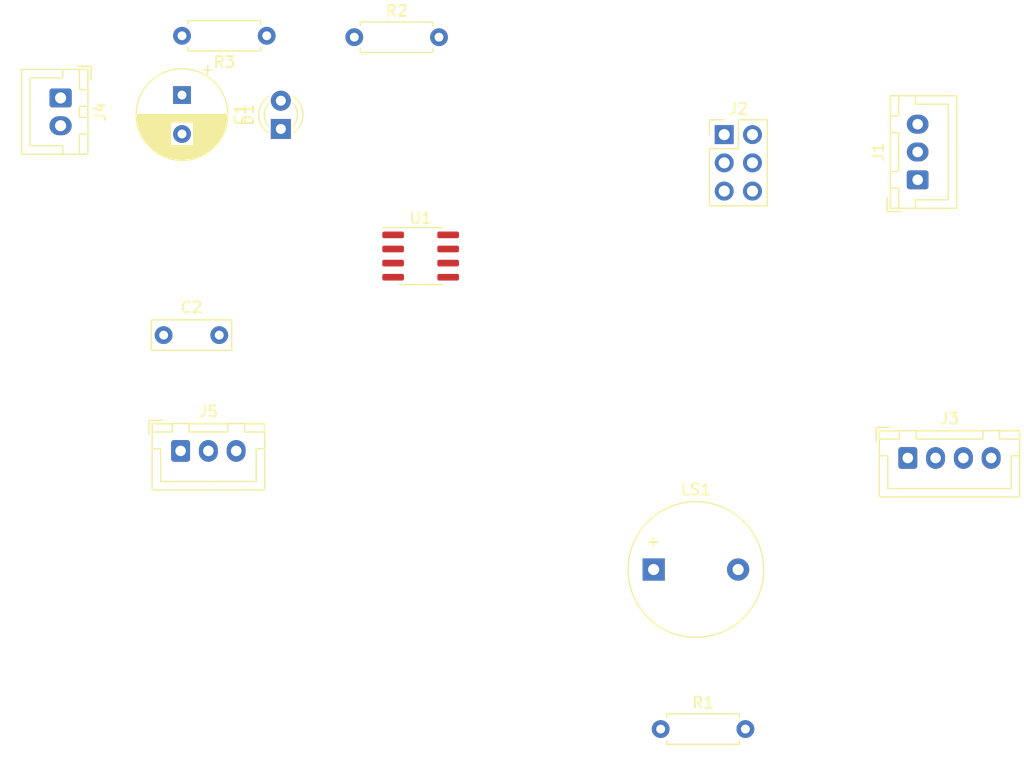
<source format=kicad_pcb>
(kicad_pcb (version 20171130) (host pcbnew "(5.1.9)-1")

  (general
    (thickness 1.6)
    (drawings 0)
    (tracks 0)
    (zones 0)
    (modules 13)
    (nets 11)
  )

  (page A4)
  (layers
    (0 F.Cu signal)
    (31 B.Cu signal)
    (32 B.Adhes user)
    (33 F.Adhes user)
    (34 B.Paste user)
    (35 F.Paste user)
    (36 B.SilkS user)
    (37 F.SilkS user)
    (38 B.Mask user)
    (39 F.Mask user)
    (40 Dwgs.User user)
    (41 Cmts.User user)
    (42 Eco1.User user)
    (43 Eco2.User user)
    (44 Edge.Cuts user)
    (45 Margin user)
    (46 B.CrtYd user)
    (47 F.CrtYd user)
    (48 B.Fab user)
    (49 F.Fab user)
  )

  (setup
    (last_trace_width 0.25)
    (trace_clearance 0.2)
    (zone_clearance 0.508)
    (zone_45_only no)
    (trace_min 0.2)
    (via_size 0.8)
    (via_drill 0.4)
    (via_min_size 0.4)
    (via_min_drill 0.3)
    (uvia_size 0.3)
    (uvia_drill 0.1)
    (uvias_allowed no)
    (uvia_min_size 0.2)
    (uvia_min_drill 0.1)
    (edge_width 0.1)
    (segment_width 0.2)
    (pcb_text_width 0.3)
    (pcb_text_size 1.5 1.5)
    (mod_edge_width 0.15)
    (mod_text_size 1 1)
    (mod_text_width 0.15)
    (pad_size 1.524 1.524)
    (pad_drill 0.762)
    (pad_to_mask_clearance 0)
    (aux_axis_origin 0 0)
    (visible_elements FFFFFF7F)
    (pcbplotparams
      (layerselection 0x010fc_ffffffff)
      (usegerberextensions false)
      (usegerberattributes true)
      (usegerberadvancedattributes true)
      (creategerberjobfile true)
      (excludeedgelayer true)
      (linewidth 0.100000)
      (plotframeref false)
      (viasonmask false)
      (mode 1)
      (useauxorigin false)
      (hpglpennumber 1)
      (hpglpenspeed 20)
      (hpglpendiameter 15.000000)
      (psnegative false)
      (psa4output false)
      (plotreference true)
      (plotvalue true)
      (plotinvisibletext false)
      (padsonsilk false)
      (subtractmaskfromsilk false)
      (outputformat 1)
      (mirror false)
      (drillshape 1)
      (scaleselection 1)
      (outputdirectory ""))
  )

  (net 0 "")
  (net 1 "Net-(C1-Pad1)")
  (net 2 "Net-(C1-Pad2)")
  (net 3 "Net-(D1-Pad2)")
  (net 4 "Net-(J1-Pad3)")
  (net 5 "Net-(J2-Pad1)")
  (net 6 "Net-(J2-Pad4)")
  (net 7 "Net-(J2-Pad5)")
  (net 8 "Net-(J3-Pad2)")
  (net 9 "Net-(J5-Pad3)")
  (net 10 "Net-(LS1-Pad1)")

  (net_class Default "Это класс цепей по умолчанию."
    (clearance 0.2)
    (trace_width 0.25)
    (via_dia 0.8)
    (via_drill 0.4)
    (uvia_dia 0.3)
    (uvia_drill 0.1)
    (add_net "Net-(C1-Pad1)")
    (add_net "Net-(C1-Pad2)")
    (add_net "Net-(D1-Pad2)")
    (add_net "Net-(J1-Pad3)")
    (add_net "Net-(J2-Pad1)")
    (add_net "Net-(J2-Pad4)")
    (add_net "Net-(J2-Pad5)")
    (add_net "Net-(J3-Pad2)")
    (add_net "Net-(J5-Pad3)")
    (add_net "Net-(LS1-Pad1)")
  )

  (module Capacitor_THT:CP_Radial_D8.0mm_P3.50mm (layer F.Cu) (tedit 5AE50EF0) (tstamp 6038AD7B)
    (at 128.016 69.469 270)
    (descr "CP, Radial series, Radial, pin pitch=3.50mm, , diameter=8mm, Electrolytic Capacitor")
    (tags "CP Radial series Radial pin pitch 3.50mm  diameter 8mm Electrolytic Capacitor")
    (path /600CF095)
    (fp_text reference C1 (at 1.75 -5.25 90) (layer F.SilkS)
      (effects (font (size 1 1) (thickness 0.15)))
    )
    (fp_text value 100mF (at 1.75 5.25 90) (layer F.Fab)
      (effects (font (size 1 1) (thickness 0.15)))
    )
    (fp_line (start -2.259698 -2.715) (end -2.259698 -1.915) (layer F.SilkS) (width 0.12))
    (fp_line (start -2.659698 -2.315) (end -1.859698 -2.315) (layer F.SilkS) (width 0.12))
    (fp_line (start 5.831 -0.533) (end 5.831 0.533) (layer F.SilkS) (width 0.12))
    (fp_line (start 5.791 -0.768) (end 5.791 0.768) (layer F.SilkS) (width 0.12))
    (fp_line (start 5.751 -0.948) (end 5.751 0.948) (layer F.SilkS) (width 0.12))
    (fp_line (start 5.711 -1.098) (end 5.711 1.098) (layer F.SilkS) (width 0.12))
    (fp_line (start 5.671 -1.229) (end 5.671 1.229) (layer F.SilkS) (width 0.12))
    (fp_line (start 5.631 -1.346) (end 5.631 1.346) (layer F.SilkS) (width 0.12))
    (fp_line (start 5.591 -1.453) (end 5.591 1.453) (layer F.SilkS) (width 0.12))
    (fp_line (start 5.551 -1.552) (end 5.551 1.552) (layer F.SilkS) (width 0.12))
    (fp_line (start 5.511 -1.645) (end 5.511 1.645) (layer F.SilkS) (width 0.12))
    (fp_line (start 5.471 -1.731) (end 5.471 1.731) (layer F.SilkS) (width 0.12))
    (fp_line (start 5.431 -1.813) (end 5.431 1.813) (layer F.SilkS) (width 0.12))
    (fp_line (start 5.391 -1.89) (end 5.391 1.89) (layer F.SilkS) (width 0.12))
    (fp_line (start 5.351 -1.964) (end 5.351 1.964) (layer F.SilkS) (width 0.12))
    (fp_line (start 5.311 -2.034) (end 5.311 2.034) (layer F.SilkS) (width 0.12))
    (fp_line (start 5.271 -2.102) (end 5.271 2.102) (layer F.SilkS) (width 0.12))
    (fp_line (start 5.231 -2.166) (end 5.231 2.166) (layer F.SilkS) (width 0.12))
    (fp_line (start 5.191 -2.228) (end 5.191 2.228) (layer F.SilkS) (width 0.12))
    (fp_line (start 5.151 -2.287) (end 5.151 2.287) (layer F.SilkS) (width 0.12))
    (fp_line (start 5.111 -2.345) (end 5.111 2.345) (layer F.SilkS) (width 0.12))
    (fp_line (start 5.071 -2.4) (end 5.071 2.4) (layer F.SilkS) (width 0.12))
    (fp_line (start 5.031 -2.454) (end 5.031 2.454) (layer F.SilkS) (width 0.12))
    (fp_line (start 4.991 -2.505) (end 4.991 2.505) (layer F.SilkS) (width 0.12))
    (fp_line (start 4.951 -2.556) (end 4.951 2.556) (layer F.SilkS) (width 0.12))
    (fp_line (start 4.911 -2.604) (end 4.911 2.604) (layer F.SilkS) (width 0.12))
    (fp_line (start 4.871 -2.651) (end 4.871 2.651) (layer F.SilkS) (width 0.12))
    (fp_line (start 4.831 -2.697) (end 4.831 2.697) (layer F.SilkS) (width 0.12))
    (fp_line (start 4.791 -2.741) (end 4.791 2.741) (layer F.SilkS) (width 0.12))
    (fp_line (start 4.751 -2.784) (end 4.751 2.784) (layer F.SilkS) (width 0.12))
    (fp_line (start 4.711 -2.826) (end 4.711 2.826) (layer F.SilkS) (width 0.12))
    (fp_line (start 4.671 -2.867) (end 4.671 2.867) (layer F.SilkS) (width 0.12))
    (fp_line (start 4.631 -2.907) (end 4.631 2.907) (layer F.SilkS) (width 0.12))
    (fp_line (start 4.591 -2.945) (end 4.591 2.945) (layer F.SilkS) (width 0.12))
    (fp_line (start 4.551 -2.983) (end 4.551 2.983) (layer F.SilkS) (width 0.12))
    (fp_line (start 4.511 1.04) (end 4.511 3.019) (layer F.SilkS) (width 0.12))
    (fp_line (start 4.511 -3.019) (end 4.511 -1.04) (layer F.SilkS) (width 0.12))
    (fp_line (start 4.471 1.04) (end 4.471 3.055) (layer F.SilkS) (width 0.12))
    (fp_line (start 4.471 -3.055) (end 4.471 -1.04) (layer F.SilkS) (width 0.12))
    (fp_line (start 4.431 1.04) (end 4.431 3.09) (layer F.SilkS) (width 0.12))
    (fp_line (start 4.431 -3.09) (end 4.431 -1.04) (layer F.SilkS) (width 0.12))
    (fp_line (start 4.391 1.04) (end 4.391 3.124) (layer F.SilkS) (width 0.12))
    (fp_line (start 4.391 -3.124) (end 4.391 -1.04) (layer F.SilkS) (width 0.12))
    (fp_line (start 4.351 1.04) (end 4.351 3.156) (layer F.SilkS) (width 0.12))
    (fp_line (start 4.351 -3.156) (end 4.351 -1.04) (layer F.SilkS) (width 0.12))
    (fp_line (start 4.311 1.04) (end 4.311 3.189) (layer F.SilkS) (width 0.12))
    (fp_line (start 4.311 -3.189) (end 4.311 -1.04) (layer F.SilkS) (width 0.12))
    (fp_line (start 4.271 1.04) (end 4.271 3.22) (layer F.SilkS) (width 0.12))
    (fp_line (start 4.271 -3.22) (end 4.271 -1.04) (layer F.SilkS) (width 0.12))
    (fp_line (start 4.231 1.04) (end 4.231 3.25) (layer F.SilkS) (width 0.12))
    (fp_line (start 4.231 -3.25) (end 4.231 -1.04) (layer F.SilkS) (width 0.12))
    (fp_line (start 4.191 1.04) (end 4.191 3.28) (layer F.SilkS) (width 0.12))
    (fp_line (start 4.191 -3.28) (end 4.191 -1.04) (layer F.SilkS) (width 0.12))
    (fp_line (start 4.151 1.04) (end 4.151 3.309) (layer F.SilkS) (width 0.12))
    (fp_line (start 4.151 -3.309) (end 4.151 -1.04) (layer F.SilkS) (width 0.12))
    (fp_line (start 4.111 1.04) (end 4.111 3.338) (layer F.SilkS) (width 0.12))
    (fp_line (start 4.111 -3.338) (end 4.111 -1.04) (layer F.SilkS) (width 0.12))
    (fp_line (start 4.071 1.04) (end 4.071 3.365) (layer F.SilkS) (width 0.12))
    (fp_line (start 4.071 -3.365) (end 4.071 -1.04) (layer F.SilkS) (width 0.12))
    (fp_line (start 4.031 1.04) (end 4.031 3.392) (layer F.SilkS) (width 0.12))
    (fp_line (start 4.031 -3.392) (end 4.031 -1.04) (layer F.SilkS) (width 0.12))
    (fp_line (start 3.991 1.04) (end 3.991 3.418) (layer F.SilkS) (width 0.12))
    (fp_line (start 3.991 -3.418) (end 3.991 -1.04) (layer F.SilkS) (width 0.12))
    (fp_line (start 3.951 1.04) (end 3.951 3.444) (layer F.SilkS) (width 0.12))
    (fp_line (start 3.951 -3.444) (end 3.951 -1.04) (layer F.SilkS) (width 0.12))
    (fp_line (start 3.911 1.04) (end 3.911 3.469) (layer F.SilkS) (width 0.12))
    (fp_line (start 3.911 -3.469) (end 3.911 -1.04) (layer F.SilkS) (width 0.12))
    (fp_line (start 3.871 1.04) (end 3.871 3.493) (layer F.SilkS) (width 0.12))
    (fp_line (start 3.871 -3.493) (end 3.871 -1.04) (layer F.SilkS) (width 0.12))
    (fp_line (start 3.831 1.04) (end 3.831 3.517) (layer F.SilkS) (width 0.12))
    (fp_line (start 3.831 -3.517) (end 3.831 -1.04) (layer F.SilkS) (width 0.12))
    (fp_line (start 3.791 1.04) (end 3.791 3.54) (layer F.SilkS) (width 0.12))
    (fp_line (start 3.791 -3.54) (end 3.791 -1.04) (layer F.SilkS) (width 0.12))
    (fp_line (start 3.751 1.04) (end 3.751 3.562) (layer F.SilkS) (width 0.12))
    (fp_line (start 3.751 -3.562) (end 3.751 -1.04) (layer F.SilkS) (width 0.12))
    (fp_line (start 3.711 1.04) (end 3.711 3.584) (layer F.SilkS) (width 0.12))
    (fp_line (start 3.711 -3.584) (end 3.711 -1.04) (layer F.SilkS) (width 0.12))
    (fp_line (start 3.671 1.04) (end 3.671 3.606) (layer F.SilkS) (width 0.12))
    (fp_line (start 3.671 -3.606) (end 3.671 -1.04) (layer F.SilkS) (width 0.12))
    (fp_line (start 3.631 1.04) (end 3.631 3.627) (layer F.SilkS) (width 0.12))
    (fp_line (start 3.631 -3.627) (end 3.631 -1.04) (layer F.SilkS) (width 0.12))
    (fp_line (start 3.591 1.04) (end 3.591 3.647) (layer F.SilkS) (width 0.12))
    (fp_line (start 3.591 -3.647) (end 3.591 -1.04) (layer F.SilkS) (width 0.12))
    (fp_line (start 3.551 1.04) (end 3.551 3.666) (layer F.SilkS) (width 0.12))
    (fp_line (start 3.551 -3.666) (end 3.551 -1.04) (layer F.SilkS) (width 0.12))
    (fp_line (start 3.511 1.04) (end 3.511 3.686) (layer F.SilkS) (width 0.12))
    (fp_line (start 3.511 -3.686) (end 3.511 -1.04) (layer F.SilkS) (width 0.12))
    (fp_line (start 3.471 1.04) (end 3.471 3.704) (layer F.SilkS) (width 0.12))
    (fp_line (start 3.471 -3.704) (end 3.471 -1.04) (layer F.SilkS) (width 0.12))
    (fp_line (start 3.431 1.04) (end 3.431 3.722) (layer F.SilkS) (width 0.12))
    (fp_line (start 3.431 -3.722) (end 3.431 -1.04) (layer F.SilkS) (width 0.12))
    (fp_line (start 3.391 1.04) (end 3.391 3.74) (layer F.SilkS) (width 0.12))
    (fp_line (start 3.391 -3.74) (end 3.391 -1.04) (layer F.SilkS) (width 0.12))
    (fp_line (start 3.351 1.04) (end 3.351 3.757) (layer F.SilkS) (width 0.12))
    (fp_line (start 3.351 -3.757) (end 3.351 -1.04) (layer F.SilkS) (width 0.12))
    (fp_line (start 3.311 1.04) (end 3.311 3.774) (layer F.SilkS) (width 0.12))
    (fp_line (start 3.311 -3.774) (end 3.311 -1.04) (layer F.SilkS) (width 0.12))
    (fp_line (start 3.271 1.04) (end 3.271 3.79) (layer F.SilkS) (width 0.12))
    (fp_line (start 3.271 -3.79) (end 3.271 -1.04) (layer F.SilkS) (width 0.12))
    (fp_line (start 3.231 1.04) (end 3.231 3.805) (layer F.SilkS) (width 0.12))
    (fp_line (start 3.231 -3.805) (end 3.231 -1.04) (layer F.SilkS) (width 0.12))
    (fp_line (start 3.191 1.04) (end 3.191 3.821) (layer F.SilkS) (width 0.12))
    (fp_line (start 3.191 -3.821) (end 3.191 -1.04) (layer F.SilkS) (width 0.12))
    (fp_line (start 3.151 1.04) (end 3.151 3.835) (layer F.SilkS) (width 0.12))
    (fp_line (start 3.151 -3.835) (end 3.151 -1.04) (layer F.SilkS) (width 0.12))
    (fp_line (start 3.111 1.04) (end 3.111 3.85) (layer F.SilkS) (width 0.12))
    (fp_line (start 3.111 -3.85) (end 3.111 -1.04) (layer F.SilkS) (width 0.12))
    (fp_line (start 3.071 1.04) (end 3.071 3.863) (layer F.SilkS) (width 0.12))
    (fp_line (start 3.071 -3.863) (end 3.071 -1.04) (layer F.SilkS) (width 0.12))
    (fp_line (start 3.031 1.04) (end 3.031 3.877) (layer F.SilkS) (width 0.12))
    (fp_line (start 3.031 -3.877) (end 3.031 -1.04) (layer F.SilkS) (width 0.12))
    (fp_line (start 2.991 1.04) (end 2.991 3.889) (layer F.SilkS) (width 0.12))
    (fp_line (start 2.991 -3.889) (end 2.991 -1.04) (layer F.SilkS) (width 0.12))
    (fp_line (start 2.951 1.04) (end 2.951 3.902) (layer F.SilkS) (width 0.12))
    (fp_line (start 2.951 -3.902) (end 2.951 -1.04) (layer F.SilkS) (width 0.12))
    (fp_line (start 2.911 1.04) (end 2.911 3.914) (layer F.SilkS) (width 0.12))
    (fp_line (start 2.911 -3.914) (end 2.911 -1.04) (layer F.SilkS) (width 0.12))
    (fp_line (start 2.871 1.04) (end 2.871 3.925) (layer F.SilkS) (width 0.12))
    (fp_line (start 2.871 -3.925) (end 2.871 -1.04) (layer F.SilkS) (width 0.12))
    (fp_line (start 2.831 1.04) (end 2.831 3.936) (layer F.SilkS) (width 0.12))
    (fp_line (start 2.831 -3.936) (end 2.831 -1.04) (layer F.SilkS) (width 0.12))
    (fp_line (start 2.791 1.04) (end 2.791 3.947) (layer F.SilkS) (width 0.12))
    (fp_line (start 2.791 -3.947) (end 2.791 -1.04) (layer F.SilkS) (width 0.12))
    (fp_line (start 2.751 1.04) (end 2.751 3.957) (layer F.SilkS) (width 0.12))
    (fp_line (start 2.751 -3.957) (end 2.751 -1.04) (layer F.SilkS) (width 0.12))
    (fp_line (start 2.711 1.04) (end 2.711 3.967) (layer F.SilkS) (width 0.12))
    (fp_line (start 2.711 -3.967) (end 2.711 -1.04) (layer F.SilkS) (width 0.12))
    (fp_line (start 2.671 1.04) (end 2.671 3.976) (layer F.SilkS) (width 0.12))
    (fp_line (start 2.671 -3.976) (end 2.671 -1.04) (layer F.SilkS) (width 0.12))
    (fp_line (start 2.631 1.04) (end 2.631 3.985) (layer F.SilkS) (width 0.12))
    (fp_line (start 2.631 -3.985) (end 2.631 -1.04) (layer F.SilkS) (width 0.12))
    (fp_line (start 2.591 1.04) (end 2.591 3.994) (layer F.SilkS) (width 0.12))
    (fp_line (start 2.591 -3.994) (end 2.591 -1.04) (layer F.SilkS) (width 0.12))
    (fp_line (start 2.551 1.04) (end 2.551 4.002) (layer F.SilkS) (width 0.12))
    (fp_line (start 2.551 -4.002) (end 2.551 -1.04) (layer F.SilkS) (width 0.12))
    (fp_line (start 2.511 1.04) (end 2.511 4.01) (layer F.SilkS) (width 0.12))
    (fp_line (start 2.511 -4.01) (end 2.511 -1.04) (layer F.SilkS) (width 0.12))
    (fp_line (start 2.471 1.04) (end 2.471 4.017) (layer F.SilkS) (width 0.12))
    (fp_line (start 2.471 -4.017) (end 2.471 -1.04) (layer F.SilkS) (width 0.12))
    (fp_line (start 2.43 -4.024) (end 2.43 4.024) (layer F.SilkS) (width 0.12))
    (fp_line (start 2.39 -4.03) (end 2.39 4.03) (layer F.SilkS) (width 0.12))
    (fp_line (start 2.35 -4.037) (end 2.35 4.037) (layer F.SilkS) (width 0.12))
    (fp_line (start 2.31 -4.042) (end 2.31 4.042) (layer F.SilkS) (width 0.12))
    (fp_line (start 2.27 -4.048) (end 2.27 4.048) (layer F.SilkS) (width 0.12))
    (fp_line (start 2.23 -4.052) (end 2.23 4.052) (layer F.SilkS) (width 0.12))
    (fp_line (start 2.19 -4.057) (end 2.19 4.057) (layer F.SilkS) (width 0.12))
    (fp_line (start 2.15 -4.061) (end 2.15 4.061) (layer F.SilkS) (width 0.12))
    (fp_line (start 2.11 -4.065) (end 2.11 4.065) (layer F.SilkS) (width 0.12))
    (fp_line (start 2.07 -4.068) (end 2.07 4.068) (layer F.SilkS) (width 0.12))
    (fp_line (start 2.03 -4.071) (end 2.03 4.071) (layer F.SilkS) (width 0.12))
    (fp_line (start 1.99 -4.074) (end 1.99 4.074) (layer F.SilkS) (width 0.12))
    (fp_line (start 1.95 -4.076) (end 1.95 4.076) (layer F.SilkS) (width 0.12))
    (fp_line (start 1.91 -4.077) (end 1.91 4.077) (layer F.SilkS) (width 0.12))
    (fp_line (start 1.87 -4.079) (end 1.87 4.079) (layer F.SilkS) (width 0.12))
    (fp_line (start 1.83 -4.08) (end 1.83 4.08) (layer F.SilkS) (width 0.12))
    (fp_line (start 1.79 -4.08) (end 1.79 4.08) (layer F.SilkS) (width 0.12))
    (fp_line (start 1.75 -4.08) (end 1.75 4.08) (layer F.SilkS) (width 0.12))
    (fp_line (start -1.276759 -2.1475) (end -1.276759 -1.3475) (layer F.Fab) (width 0.1))
    (fp_line (start -1.676759 -1.7475) (end -0.876759 -1.7475) (layer F.Fab) (width 0.1))
    (fp_circle (center 1.75 0) (end 6 0) (layer F.CrtYd) (width 0.05))
    (fp_circle (center 1.75 0) (end 5.87 0) (layer F.SilkS) (width 0.12))
    (fp_circle (center 1.75 0) (end 5.75 0) (layer F.Fab) (width 0.1))
    (fp_text user %R (at 1.75 0 90) (layer F.Fab)
      (effects (font (size 1 1) (thickness 0.15)))
    )
    (pad 1 thru_hole rect (at 0 0 270) (size 1.6 1.6) (drill 0.8) (layers *.Cu *.Mask)
      (net 1 "Net-(C1-Pad1)"))
    (pad 2 thru_hole circle (at 3.5 0 270) (size 1.6 1.6) (drill 0.8) (layers *.Cu *.Mask)
      (net 2 "Net-(C1-Pad2)"))
    (model ${KISYS3DMOD}/Capacitor_THT.3dshapes/CP_Radial_D8.0mm_P3.50mm.wrl
      (at (xyz 0 0 0))
      (scale (xyz 1 1 1))
      (rotate (xyz 0 0 0))
    )
  )

  (module Capacitor_THT:C_Disc_D7.0mm_W2.5mm_P5.00mm (layer F.Cu) (tedit 5AE50EF0) (tstamp 6038AD8E)
    (at 126.365 91.059)
    (descr "C, Disc series, Radial, pin pitch=5.00mm, , diameter*width=7*2.5mm^2, Capacitor, http://cdn-reichelt.de/documents/datenblatt/B300/DS_KERKO_TC.pdf")
    (tags "C Disc series Radial pin pitch 5.00mm  diameter 7mm width 2.5mm Capacitor")
    (path /600D150B)
    (fp_text reference C2 (at 2.5 -2.5) (layer F.SilkS)
      (effects (font (size 1 1) (thickness 0.15)))
    )
    (fp_text value 0,1mF (at 2.5 2.5) (layer F.Fab)
      (effects (font (size 1 1) (thickness 0.15)))
    )
    (fp_line (start 6.25 -1.5) (end -1.25 -1.5) (layer F.CrtYd) (width 0.05))
    (fp_line (start 6.25 1.5) (end 6.25 -1.5) (layer F.CrtYd) (width 0.05))
    (fp_line (start -1.25 1.5) (end 6.25 1.5) (layer F.CrtYd) (width 0.05))
    (fp_line (start -1.25 -1.5) (end -1.25 1.5) (layer F.CrtYd) (width 0.05))
    (fp_line (start 6.12 -1.37) (end 6.12 1.37) (layer F.SilkS) (width 0.12))
    (fp_line (start -1.12 -1.37) (end -1.12 1.37) (layer F.SilkS) (width 0.12))
    (fp_line (start -1.12 1.37) (end 6.12 1.37) (layer F.SilkS) (width 0.12))
    (fp_line (start -1.12 -1.37) (end 6.12 -1.37) (layer F.SilkS) (width 0.12))
    (fp_line (start 6 -1.25) (end -1 -1.25) (layer F.Fab) (width 0.1))
    (fp_line (start 6 1.25) (end 6 -1.25) (layer F.Fab) (width 0.1))
    (fp_line (start -1 1.25) (end 6 1.25) (layer F.Fab) (width 0.1))
    (fp_line (start -1 -1.25) (end -1 1.25) (layer F.Fab) (width 0.1))
    (fp_text user %R (at 2.5 0) (layer F.Fab)
      (effects (font (size 1 1) (thickness 0.15)))
    )
    (pad 1 thru_hole circle (at 0 0) (size 1.6 1.6) (drill 0.8) (layers *.Cu *.Mask)
      (net 1 "Net-(C1-Pad1)"))
    (pad 2 thru_hole circle (at 5 0) (size 1.6 1.6) (drill 0.8) (layers *.Cu *.Mask)
      (net 2 "Net-(C1-Pad2)"))
    (model ${KISYS3DMOD}/Capacitor_THT.3dshapes/C_Disc_D7.0mm_W2.5mm_P5.00mm.wrl
      (at (xyz 0 0 0))
      (scale (xyz 1 1 1))
      (rotate (xyz 0 0 0))
    )
  )

  (module LED_THT:LED_D3.0mm_Clear (layer F.Cu) (tedit 5A6C9BC0) (tstamp 6038ADA2)
    (at 136.906 72.517 90)
    (descr "IR-LED, diameter 3.0mm, 2 pins, color: clear")
    (tags "IR infrared LED diameter 3.0mm 2 pins clear")
    (path /60025FB9)
    (fp_text reference D1 (at 1.27 -2.96 90) (layer F.SilkS)
      (effects (font (size 1 1) (thickness 0.15)))
    )
    (fp_text value LED (at 1.27 2.96 90) (layer F.Fab)
      (effects (font (size 1 1) (thickness 0.15)))
    )
    (fp_circle (center 1.27 0) (end 2.77 0) (layer F.Fab) (width 0.1))
    (fp_line (start 3.7 -2.25) (end -1.15 -2.25) (layer F.CrtYd) (width 0.05))
    (fp_line (start 3.7 2.25) (end 3.7 -2.25) (layer F.CrtYd) (width 0.05))
    (fp_line (start -1.15 2.25) (end 3.7 2.25) (layer F.CrtYd) (width 0.05))
    (fp_line (start -1.15 -2.25) (end -1.15 2.25) (layer F.CrtYd) (width 0.05))
    (fp_line (start -0.29 1.08) (end -0.29 1.236) (layer F.SilkS) (width 0.12))
    (fp_line (start -0.29 -1.236) (end -0.29 -1.08) (layer F.SilkS) (width 0.12))
    (fp_line (start -0.23 -1.16619) (end -0.23 1.16619) (layer F.Fab) (width 0.1))
    (fp_text user %R (at 1.47 0 90) (layer F.Fab)
      (effects (font (size 0.8 0.8) (thickness 0.12)))
    )
    (fp_arc (start 1.27 0) (end -0.23 -1.16619) (angle 284.3) (layer F.Fab) (width 0.1))
    (fp_arc (start 1.27 0) (end -0.29 -1.235516) (angle 108.8) (layer F.SilkS) (width 0.12))
    (fp_arc (start 1.27 0) (end -0.29 1.235516) (angle -108.8) (layer F.SilkS) (width 0.12))
    (fp_arc (start 1.27 0) (end 0.229039 -1.08) (angle 87.9) (layer F.SilkS) (width 0.12))
    (fp_arc (start 1.27 0) (end 0.229039 1.08) (angle -87.9) (layer F.SilkS) (width 0.12))
    (pad 1 thru_hole rect (at 0 0 90) (size 1.8 1.8) (drill 0.9) (layers *.Cu *.Mask)
      (net 2 "Net-(C1-Pad2)"))
    (pad 2 thru_hole circle (at 2.54 0 90) (size 1.8 1.8) (drill 0.9) (layers *.Cu *.Mask)
      (net 3 "Net-(D1-Pad2)"))
    (model ${KISYS3DMOD}/LED_THT.3dshapes/LED_D3.0mm_Clear.wrl
      (at (xyz 0 0 0))
      (scale (xyz 1 1 1))
      (rotate (xyz 0 0 0))
    )
  )

  (module Connector_JST:JST_XH_B3B-XH-A_1x03_P2.50mm_Vertical (layer F.Cu) (tedit 5C28146C) (tstamp 6038ADCC)
    (at 194.183 77.089 90)
    (descr "JST XH series connector, B3B-XH-A (http://www.jst-mfg.com/product/pdf/eng/eXH.pdf), generated with kicad-footprint-generator")
    (tags "connector JST XH vertical")
    (path /6000BAC1)
    (fp_text reference J1 (at 2.5 -3.55 90) (layer F.SilkS)
      (effects (font (size 1 1) (thickness 0.15)))
    )
    (fp_text value "Current sensor" (at 2.5 4.6 90) (layer F.Fab)
      (effects (font (size 1 1) (thickness 0.15)))
    )
    (fp_line (start -2.85 -2.75) (end -2.85 -1.5) (layer F.SilkS) (width 0.12))
    (fp_line (start -1.6 -2.75) (end -2.85 -2.75) (layer F.SilkS) (width 0.12))
    (fp_line (start 6.8 2.75) (end 2.5 2.75) (layer F.SilkS) (width 0.12))
    (fp_line (start 6.8 -0.2) (end 6.8 2.75) (layer F.SilkS) (width 0.12))
    (fp_line (start 7.55 -0.2) (end 6.8 -0.2) (layer F.SilkS) (width 0.12))
    (fp_line (start -1.8 2.75) (end 2.5 2.75) (layer F.SilkS) (width 0.12))
    (fp_line (start -1.8 -0.2) (end -1.8 2.75) (layer F.SilkS) (width 0.12))
    (fp_line (start -2.55 -0.2) (end -1.8 -0.2) (layer F.SilkS) (width 0.12))
    (fp_line (start 7.55 -2.45) (end 5.75 -2.45) (layer F.SilkS) (width 0.12))
    (fp_line (start 7.55 -1.7) (end 7.55 -2.45) (layer F.SilkS) (width 0.12))
    (fp_line (start 5.75 -1.7) (end 7.55 -1.7) (layer F.SilkS) (width 0.12))
    (fp_line (start 5.75 -2.45) (end 5.75 -1.7) (layer F.SilkS) (width 0.12))
    (fp_line (start -0.75 -2.45) (end -2.55 -2.45) (layer F.SilkS) (width 0.12))
    (fp_line (start -0.75 -1.7) (end -0.75 -2.45) (layer F.SilkS) (width 0.12))
    (fp_line (start -2.55 -1.7) (end -0.75 -1.7) (layer F.SilkS) (width 0.12))
    (fp_line (start -2.55 -2.45) (end -2.55 -1.7) (layer F.SilkS) (width 0.12))
    (fp_line (start 4.25 -2.45) (end 0.75 -2.45) (layer F.SilkS) (width 0.12))
    (fp_line (start 4.25 -1.7) (end 4.25 -2.45) (layer F.SilkS) (width 0.12))
    (fp_line (start 0.75 -1.7) (end 4.25 -1.7) (layer F.SilkS) (width 0.12))
    (fp_line (start 0.75 -2.45) (end 0.75 -1.7) (layer F.SilkS) (width 0.12))
    (fp_line (start 0 -1.35) (end 0.625 -2.35) (layer F.Fab) (width 0.1))
    (fp_line (start -0.625 -2.35) (end 0 -1.35) (layer F.Fab) (width 0.1))
    (fp_line (start 7.95 -2.85) (end -2.95 -2.85) (layer F.CrtYd) (width 0.05))
    (fp_line (start 7.95 3.9) (end 7.95 -2.85) (layer F.CrtYd) (width 0.05))
    (fp_line (start -2.95 3.9) (end 7.95 3.9) (layer F.CrtYd) (width 0.05))
    (fp_line (start -2.95 -2.85) (end -2.95 3.9) (layer F.CrtYd) (width 0.05))
    (fp_line (start 7.56 -2.46) (end -2.56 -2.46) (layer F.SilkS) (width 0.12))
    (fp_line (start 7.56 3.51) (end 7.56 -2.46) (layer F.SilkS) (width 0.12))
    (fp_line (start -2.56 3.51) (end 7.56 3.51) (layer F.SilkS) (width 0.12))
    (fp_line (start -2.56 -2.46) (end -2.56 3.51) (layer F.SilkS) (width 0.12))
    (fp_line (start 7.45 -2.35) (end -2.45 -2.35) (layer F.Fab) (width 0.1))
    (fp_line (start 7.45 3.4) (end 7.45 -2.35) (layer F.Fab) (width 0.1))
    (fp_line (start -2.45 3.4) (end 7.45 3.4) (layer F.Fab) (width 0.1))
    (fp_line (start -2.45 -2.35) (end -2.45 3.4) (layer F.Fab) (width 0.1))
    (fp_text user %R (at 2.5 2.7 90) (layer F.Fab)
      (effects (font (size 1 1) (thickness 0.15)))
    )
    (pad 1 thru_hole roundrect (at 0 0 90) (size 1.7 1.95) (drill 0.95) (layers *.Cu *.Mask) (roundrect_rratio 0.147059)
      (net 1 "Net-(C1-Pad1)"))
    (pad 2 thru_hole oval (at 2.5 0 90) (size 1.7 1.95) (drill 0.95) (layers *.Cu *.Mask)
      (net 2 "Net-(C1-Pad2)"))
    (pad 3 thru_hole oval (at 5 0 90) (size 1.7 1.95) (drill 0.95) (layers *.Cu *.Mask)
      (net 4 "Net-(J1-Pad3)"))
    (model ${KISYS3DMOD}/Connector_JST.3dshapes/JST_XH_B3B-XH-A_1x03_P2.50mm_Vertical.wrl
      (at (xyz 0 0 0))
      (scale (xyz 1 1 1))
      (rotate (xyz 0 0 0))
    )
  )

  (module Connector_PinHeader_2.54mm:PinHeader_2x03_P2.54mm_Vertical (layer F.Cu) (tedit 59FED5CC) (tstamp 6038ADE8)
    (at 176.784 73.025)
    (descr "Through hole straight pin header, 2x03, 2.54mm pitch, double rows")
    (tags "Through hole pin header THT 2x03 2.54mm double row")
    (path /60028A69)
    (fp_text reference J2 (at 1.27 -2.33) (layer F.SilkS)
      (effects (font (size 1 1) (thickness 0.15)))
    )
    (fp_text value ICSP (at 1.27 7.41) (layer F.Fab)
      (effects (font (size 1 1) (thickness 0.15)))
    )
    (fp_line (start 4.35 -1.8) (end -1.8 -1.8) (layer F.CrtYd) (width 0.05))
    (fp_line (start 4.35 6.85) (end 4.35 -1.8) (layer F.CrtYd) (width 0.05))
    (fp_line (start -1.8 6.85) (end 4.35 6.85) (layer F.CrtYd) (width 0.05))
    (fp_line (start -1.8 -1.8) (end -1.8 6.85) (layer F.CrtYd) (width 0.05))
    (fp_line (start -1.33 -1.33) (end 0 -1.33) (layer F.SilkS) (width 0.12))
    (fp_line (start -1.33 0) (end -1.33 -1.33) (layer F.SilkS) (width 0.12))
    (fp_line (start 1.27 -1.33) (end 3.87 -1.33) (layer F.SilkS) (width 0.12))
    (fp_line (start 1.27 1.27) (end 1.27 -1.33) (layer F.SilkS) (width 0.12))
    (fp_line (start -1.33 1.27) (end 1.27 1.27) (layer F.SilkS) (width 0.12))
    (fp_line (start 3.87 -1.33) (end 3.87 6.41) (layer F.SilkS) (width 0.12))
    (fp_line (start -1.33 1.27) (end -1.33 6.41) (layer F.SilkS) (width 0.12))
    (fp_line (start -1.33 6.41) (end 3.87 6.41) (layer F.SilkS) (width 0.12))
    (fp_line (start -1.27 0) (end 0 -1.27) (layer F.Fab) (width 0.1))
    (fp_line (start -1.27 6.35) (end -1.27 0) (layer F.Fab) (width 0.1))
    (fp_line (start 3.81 6.35) (end -1.27 6.35) (layer F.Fab) (width 0.1))
    (fp_line (start 3.81 -1.27) (end 3.81 6.35) (layer F.Fab) (width 0.1))
    (fp_line (start 0 -1.27) (end 3.81 -1.27) (layer F.Fab) (width 0.1))
    (fp_text user %R (at 1.27 2.54 90) (layer F.Fab)
      (effects (font (size 1 1) (thickness 0.15)))
    )
    (pad 1 thru_hole rect (at 0 0) (size 1.7 1.7) (drill 1) (layers *.Cu *.Mask)
      (net 5 "Net-(J2-Pad1)"))
    (pad 2 thru_hole oval (at 2.54 0) (size 1.7 1.7) (drill 1) (layers *.Cu *.Mask)
      (net 1 "Net-(C1-Pad1)"))
    (pad 3 thru_hole oval (at 0 2.54) (size 1.7 1.7) (drill 1) (layers *.Cu *.Mask)
      (net 4 "Net-(J1-Pad3)"))
    (pad 4 thru_hole oval (at 2.54 2.54) (size 1.7 1.7) (drill 1) (layers *.Cu *.Mask)
      (net 6 "Net-(J2-Pad4)"))
    (pad 5 thru_hole oval (at 0 5.08) (size 1.7 1.7) (drill 1) (layers *.Cu *.Mask)
      (net 7 "Net-(J2-Pad5)"))
    (pad 6 thru_hole oval (at 2.54 5.08) (size 1.7 1.7) (drill 1) (layers *.Cu *.Mask)
      (net 2 "Net-(C1-Pad2)"))
    (model ${KISYS3DMOD}/Connector_PinHeader_2.54mm.3dshapes/PinHeader_2x03_P2.54mm_Vertical.wrl
      (at (xyz 0 0 0))
      (scale (xyz 1 1 1))
      (rotate (xyz 0 0 0))
    )
  )

  (module Connector_JST:JST_XH_B4B-XH-A_1x04_P2.50mm_Vertical (layer F.Cu) (tedit 5C28146C) (tstamp 6038AE13)
    (at 193.294 102.108)
    (descr "JST XH series connector, B4B-XH-A (http://www.jst-mfg.com/product/pdf/eng/eXH.pdf), generated with kicad-footprint-generator")
    (tags "connector JST XH vertical")
    (path /6000B24E)
    (fp_text reference J3 (at 3.75 -3.55) (layer F.SilkS)
      (effects (font (size 1 1) (thickness 0.15)))
    )
    (fp_text value "Relay box" (at 3.75 4.6) (layer F.Fab)
      (effects (font (size 1 1) (thickness 0.15)))
    )
    (fp_line (start -2.85 -2.75) (end -2.85 -1.5) (layer F.SilkS) (width 0.12))
    (fp_line (start -1.6 -2.75) (end -2.85 -2.75) (layer F.SilkS) (width 0.12))
    (fp_line (start 9.3 2.75) (end 3.75 2.75) (layer F.SilkS) (width 0.12))
    (fp_line (start 9.3 -0.2) (end 9.3 2.75) (layer F.SilkS) (width 0.12))
    (fp_line (start 10.05 -0.2) (end 9.3 -0.2) (layer F.SilkS) (width 0.12))
    (fp_line (start -1.8 2.75) (end 3.75 2.75) (layer F.SilkS) (width 0.12))
    (fp_line (start -1.8 -0.2) (end -1.8 2.75) (layer F.SilkS) (width 0.12))
    (fp_line (start -2.55 -0.2) (end -1.8 -0.2) (layer F.SilkS) (width 0.12))
    (fp_line (start 10.05 -2.45) (end 8.25 -2.45) (layer F.SilkS) (width 0.12))
    (fp_line (start 10.05 -1.7) (end 10.05 -2.45) (layer F.SilkS) (width 0.12))
    (fp_line (start 8.25 -1.7) (end 10.05 -1.7) (layer F.SilkS) (width 0.12))
    (fp_line (start 8.25 -2.45) (end 8.25 -1.7) (layer F.SilkS) (width 0.12))
    (fp_line (start -0.75 -2.45) (end -2.55 -2.45) (layer F.SilkS) (width 0.12))
    (fp_line (start -0.75 -1.7) (end -0.75 -2.45) (layer F.SilkS) (width 0.12))
    (fp_line (start -2.55 -1.7) (end -0.75 -1.7) (layer F.SilkS) (width 0.12))
    (fp_line (start -2.55 -2.45) (end -2.55 -1.7) (layer F.SilkS) (width 0.12))
    (fp_line (start 6.75 -2.45) (end 0.75 -2.45) (layer F.SilkS) (width 0.12))
    (fp_line (start 6.75 -1.7) (end 6.75 -2.45) (layer F.SilkS) (width 0.12))
    (fp_line (start 0.75 -1.7) (end 6.75 -1.7) (layer F.SilkS) (width 0.12))
    (fp_line (start 0.75 -2.45) (end 0.75 -1.7) (layer F.SilkS) (width 0.12))
    (fp_line (start 0 -1.35) (end 0.625 -2.35) (layer F.Fab) (width 0.1))
    (fp_line (start -0.625 -2.35) (end 0 -1.35) (layer F.Fab) (width 0.1))
    (fp_line (start 10.45 -2.85) (end -2.95 -2.85) (layer F.CrtYd) (width 0.05))
    (fp_line (start 10.45 3.9) (end 10.45 -2.85) (layer F.CrtYd) (width 0.05))
    (fp_line (start -2.95 3.9) (end 10.45 3.9) (layer F.CrtYd) (width 0.05))
    (fp_line (start -2.95 -2.85) (end -2.95 3.9) (layer F.CrtYd) (width 0.05))
    (fp_line (start 10.06 -2.46) (end -2.56 -2.46) (layer F.SilkS) (width 0.12))
    (fp_line (start 10.06 3.51) (end 10.06 -2.46) (layer F.SilkS) (width 0.12))
    (fp_line (start -2.56 3.51) (end 10.06 3.51) (layer F.SilkS) (width 0.12))
    (fp_line (start -2.56 -2.46) (end -2.56 3.51) (layer F.SilkS) (width 0.12))
    (fp_line (start 9.95 -2.35) (end -2.45 -2.35) (layer F.Fab) (width 0.1))
    (fp_line (start 9.95 3.4) (end 9.95 -2.35) (layer F.Fab) (width 0.1))
    (fp_line (start -2.45 3.4) (end 9.95 3.4) (layer F.Fab) (width 0.1))
    (fp_line (start -2.45 -2.35) (end -2.45 3.4) (layer F.Fab) (width 0.1))
    (fp_text user %R (at 3.75 2.7) (layer F.Fab)
      (effects (font (size 1 1) (thickness 0.15)))
    )
    (pad 1 thru_hole roundrect (at 0 0) (size 1.7 1.95) (drill 0.95) (layers *.Cu *.Mask) (roundrect_rratio 0.147059)
      (net 1 "Net-(C1-Pad1)"))
    (pad 2 thru_hole oval (at 2.5 0) (size 1.7 1.95) (drill 0.95) (layers *.Cu *.Mask)
      (net 8 "Net-(J3-Pad2)"))
    (pad 3 thru_hole oval (at 5 0) (size 1.7 1.95) (drill 0.95) (layers *.Cu *.Mask)
      (net 6 "Net-(J2-Pad4)"))
    (pad 4 thru_hole oval (at 7.5 0) (size 1.7 1.95) (drill 0.95) (layers *.Cu *.Mask)
      (net 2 "Net-(C1-Pad2)"))
    (model ${KISYS3DMOD}/Connector_JST.3dshapes/JST_XH_B4B-XH-A_1x04_P2.50mm_Vertical.wrl
      (at (xyz 0 0 0))
      (scale (xyz 1 1 1))
      (rotate (xyz 0 0 0))
    )
  )

  (module Connector_JST:JST_XH_B2B-XH-A_1x02_P2.50mm_Vertical (layer F.Cu) (tedit 5C28146C) (tstamp 6038AE3C)
    (at 117.094 69.723 270)
    (descr "JST XH series connector, B2B-XH-A (http://www.jst-mfg.com/product/pdf/eng/eXH.pdf), generated with kicad-footprint-generator")
    (tags "connector JST XH vertical")
    (path /60009436)
    (fp_text reference J4 (at 1.25 -3.55 90) (layer F.SilkS)
      (effects (font (size 1 1) (thickness 0.15)))
    )
    (fp_text value "Power supply" (at 1.25 4.6 90) (layer F.Fab)
      (effects (font (size 1 1) (thickness 0.15)))
    )
    (fp_line (start -2.85 -2.75) (end -2.85 -1.5) (layer F.SilkS) (width 0.12))
    (fp_line (start -1.6 -2.75) (end -2.85 -2.75) (layer F.SilkS) (width 0.12))
    (fp_line (start 4.3 2.75) (end 1.25 2.75) (layer F.SilkS) (width 0.12))
    (fp_line (start 4.3 -0.2) (end 4.3 2.75) (layer F.SilkS) (width 0.12))
    (fp_line (start 5.05 -0.2) (end 4.3 -0.2) (layer F.SilkS) (width 0.12))
    (fp_line (start -1.8 2.75) (end 1.25 2.75) (layer F.SilkS) (width 0.12))
    (fp_line (start -1.8 -0.2) (end -1.8 2.75) (layer F.SilkS) (width 0.12))
    (fp_line (start -2.55 -0.2) (end -1.8 -0.2) (layer F.SilkS) (width 0.12))
    (fp_line (start 5.05 -2.45) (end 3.25 -2.45) (layer F.SilkS) (width 0.12))
    (fp_line (start 5.05 -1.7) (end 5.05 -2.45) (layer F.SilkS) (width 0.12))
    (fp_line (start 3.25 -1.7) (end 5.05 -1.7) (layer F.SilkS) (width 0.12))
    (fp_line (start 3.25 -2.45) (end 3.25 -1.7) (layer F.SilkS) (width 0.12))
    (fp_line (start -0.75 -2.45) (end -2.55 -2.45) (layer F.SilkS) (width 0.12))
    (fp_line (start -0.75 -1.7) (end -0.75 -2.45) (layer F.SilkS) (width 0.12))
    (fp_line (start -2.55 -1.7) (end -0.75 -1.7) (layer F.SilkS) (width 0.12))
    (fp_line (start -2.55 -2.45) (end -2.55 -1.7) (layer F.SilkS) (width 0.12))
    (fp_line (start 1.75 -2.45) (end 0.75 -2.45) (layer F.SilkS) (width 0.12))
    (fp_line (start 1.75 -1.7) (end 1.75 -2.45) (layer F.SilkS) (width 0.12))
    (fp_line (start 0.75 -1.7) (end 1.75 -1.7) (layer F.SilkS) (width 0.12))
    (fp_line (start 0.75 -2.45) (end 0.75 -1.7) (layer F.SilkS) (width 0.12))
    (fp_line (start 0 -1.35) (end 0.625 -2.35) (layer F.Fab) (width 0.1))
    (fp_line (start -0.625 -2.35) (end 0 -1.35) (layer F.Fab) (width 0.1))
    (fp_line (start 5.45 -2.85) (end -2.95 -2.85) (layer F.CrtYd) (width 0.05))
    (fp_line (start 5.45 3.9) (end 5.45 -2.85) (layer F.CrtYd) (width 0.05))
    (fp_line (start -2.95 3.9) (end 5.45 3.9) (layer F.CrtYd) (width 0.05))
    (fp_line (start -2.95 -2.85) (end -2.95 3.9) (layer F.CrtYd) (width 0.05))
    (fp_line (start 5.06 -2.46) (end -2.56 -2.46) (layer F.SilkS) (width 0.12))
    (fp_line (start 5.06 3.51) (end 5.06 -2.46) (layer F.SilkS) (width 0.12))
    (fp_line (start -2.56 3.51) (end 5.06 3.51) (layer F.SilkS) (width 0.12))
    (fp_line (start -2.56 -2.46) (end -2.56 3.51) (layer F.SilkS) (width 0.12))
    (fp_line (start 4.95 -2.35) (end -2.45 -2.35) (layer F.Fab) (width 0.1))
    (fp_line (start 4.95 3.4) (end 4.95 -2.35) (layer F.Fab) (width 0.1))
    (fp_line (start -2.45 3.4) (end 4.95 3.4) (layer F.Fab) (width 0.1))
    (fp_line (start -2.45 -2.35) (end -2.45 3.4) (layer F.Fab) (width 0.1))
    (fp_text user %R (at 1.25 2.7 90) (layer F.Fab)
      (effects (font (size 1 1) (thickness 0.15)))
    )
    (pad 1 thru_hole roundrect (at 0 0 270) (size 1.7 2) (drill 1) (layers *.Cu *.Mask) (roundrect_rratio 0.147059)
      (net 1 "Net-(C1-Pad1)"))
    (pad 2 thru_hole oval (at 2.5 0 270) (size 1.7 2) (drill 1) (layers *.Cu *.Mask)
      (net 2 "Net-(C1-Pad2)"))
    (model ${KISYS3DMOD}/Connector_JST.3dshapes/JST_XH_B2B-XH-A_1x02_P2.50mm_Vertical.wrl
      (at (xyz 0 0 0))
      (scale (xyz 1 1 1))
      (rotate (xyz 0 0 0))
    )
  )

  (module Connector_JST:JST_XH_B3B-XH-A_1x03_P2.50mm_Vertical (layer F.Cu) (tedit 5C28146C) (tstamp 6038AE66)
    (at 127.889 101.473)
    (descr "JST XH series connector, B3B-XH-A (http://www.jst-mfg.com/product/pdf/eng/eXH.pdf), generated with kicad-footprint-generator")
    (tags "connector JST XH vertical")
    (path /600CACA9)
    (fp_text reference J5 (at 2.5 -3.55) (layer F.SilkS)
      (effects (font (size 1 1) (thickness 0.15)))
    )
    (fp_text value Reserved (at 2.5 4.6) (layer F.Fab)
      (effects (font (size 1 1) (thickness 0.15)))
    )
    (fp_text user %R (at 2.5 2.7) (layer F.Fab)
      (effects (font (size 1 1) (thickness 0.15)))
    )
    (fp_line (start -2.45 -2.35) (end -2.45 3.4) (layer F.Fab) (width 0.1))
    (fp_line (start -2.45 3.4) (end 7.45 3.4) (layer F.Fab) (width 0.1))
    (fp_line (start 7.45 3.4) (end 7.45 -2.35) (layer F.Fab) (width 0.1))
    (fp_line (start 7.45 -2.35) (end -2.45 -2.35) (layer F.Fab) (width 0.1))
    (fp_line (start -2.56 -2.46) (end -2.56 3.51) (layer F.SilkS) (width 0.12))
    (fp_line (start -2.56 3.51) (end 7.56 3.51) (layer F.SilkS) (width 0.12))
    (fp_line (start 7.56 3.51) (end 7.56 -2.46) (layer F.SilkS) (width 0.12))
    (fp_line (start 7.56 -2.46) (end -2.56 -2.46) (layer F.SilkS) (width 0.12))
    (fp_line (start -2.95 -2.85) (end -2.95 3.9) (layer F.CrtYd) (width 0.05))
    (fp_line (start -2.95 3.9) (end 7.95 3.9) (layer F.CrtYd) (width 0.05))
    (fp_line (start 7.95 3.9) (end 7.95 -2.85) (layer F.CrtYd) (width 0.05))
    (fp_line (start 7.95 -2.85) (end -2.95 -2.85) (layer F.CrtYd) (width 0.05))
    (fp_line (start -0.625 -2.35) (end 0 -1.35) (layer F.Fab) (width 0.1))
    (fp_line (start 0 -1.35) (end 0.625 -2.35) (layer F.Fab) (width 0.1))
    (fp_line (start 0.75 -2.45) (end 0.75 -1.7) (layer F.SilkS) (width 0.12))
    (fp_line (start 0.75 -1.7) (end 4.25 -1.7) (layer F.SilkS) (width 0.12))
    (fp_line (start 4.25 -1.7) (end 4.25 -2.45) (layer F.SilkS) (width 0.12))
    (fp_line (start 4.25 -2.45) (end 0.75 -2.45) (layer F.SilkS) (width 0.12))
    (fp_line (start -2.55 -2.45) (end -2.55 -1.7) (layer F.SilkS) (width 0.12))
    (fp_line (start -2.55 -1.7) (end -0.75 -1.7) (layer F.SilkS) (width 0.12))
    (fp_line (start -0.75 -1.7) (end -0.75 -2.45) (layer F.SilkS) (width 0.12))
    (fp_line (start -0.75 -2.45) (end -2.55 -2.45) (layer F.SilkS) (width 0.12))
    (fp_line (start 5.75 -2.45) (end 5.75 -1.7) (layer F.SilkS) (width 0.12))
    (fp_line (start 5.75 -1.7) (end 7.55 -1.7) (layer F.SilkS) (width 0.12))
    (fp_line (start 7.55 -1.7) (end 7.55 -2.45) (layer F.SilkS) (width 0.12))
    (fp_line (start 7.55 -2.45) (end 5.75 -2.45) (layer F.SilkS) (width 0.12))
    (fp_line (start -2.55 -0.2) (end -1.8 -0.2) (layer F.SilkS) (width 0.12))
    (fp_line (start -1.8 -0.2) (end -1.8 2.75) (layer F.SilkS) (width 0.12))
    (fp_line (start -1.8 2.75) (end 2.5 2.75) (layer F.SilkS) (width 0.12))
    (fp_line (start 7.55 -0.2) (end 6.8 -0.2) (layer F.SilkS) (width 0.12))
    (fp_line (start 6.8 -0.2) (end 6.8 2.75) (layer F.SilkS) (width 0.12))
    (fp_line (start 6.8 2.75) (end 2.5 2.75) (layer F.SilkS) (width 0.12))
    (fp_line (start -1.6 -2.75) (end -2.85 -2.75) (layer F.SilkS) (width 0.12))
    (fp_line (start -2.85 -2.75) (end -2.85 -1.5) (layer F.SilkS) (width 0.12))
    (pad 3 thru_hole oval (at 5 0) (size 1.7 1.95) (drill 0.95) (layers *.Cu *.Mask)
      (net 9 "Net-(J5-Pad3)"))
    (pad 2 thru_hole oval (at 2.5 0) (size 1.7 1.95) (drill 0.95) (layers *.Cu *.Mask)
      (net 2 "Net-(C1-Pad2)"))
    (pad 1 thru_hole roundrect (at 0 0) (size 1.7 1.95) (drill 0.95) (layers *.Cu *.Mask) (roundrect_rratio 0.147059)
      (net 1 "Net-(C1-Pad1)"))
    (model ${KISYS3DMOD}/Connector_JST.3dshapes/JST_XH_B3B-XH-A_1x03_P2.50mm_Vertical.wrl
      (at (xyz 0 0 0))
      (scale (xyz 1 1 1))
      (rotate (xyz 0 0 0))
    )
  )

  (module Buzzer_Beeper:Buzzer_12x9.5RM7.6 (layer F.Cu) (tedit 5A030281) (tstamp 6038AE73)
    (at 170.434 112.141)
    (descr "Generic Buzzer, D12mm height 9.5mm with RM7.6mm")
    (tags buzzer)
    (path /6000D536)
    (fp_text reference LS1 (at 3.8 -7.2) (layer F.SilkS)
      (effects (font (size 1 1) (thickness 0.15)))
    )
    (fp_text value Speaker_Crystal (at 3.8 7.4) (layer F.Fab)
      (effects (font (size 1 1) (thickness 0.15)))
    )
    (fp_circle (center 3.8 0) (end 9.9 0) (layer F.SilkS) (width 0.12))
    (fp_circle (center 3.8 0) (end 4.8 0) (layer F.Fab) (width 0.1))
    (fp_circle (center 3.8 0) (end 9.8 0) (layer F.Fab) (width 0.1))
    (fp_circle (center 3.8 0) (end 10.05 0) (layer F.CrtYd) (width 0.05))
    (fp_text user + (at -0.01 -2.54) (layer F.Fab)
      (effects (font (size 1 1) (thickness 0.15)))
    )
    (fp_text user + (at -0.01 -2.54) (layer F.SilkS)
      (effects (font (size 1 1) (thickness 0.15)))
    )
    (fp_text user %R (at 3.8 -4) (layer F.Fab)
      (effects (font (size 1 1) (thickness 0.15)))
    )
    (pad 1 thru_hole rect (at 0 0) (size 2 2) (drill 1) (layers *.Cu *.Mask)
      (net 10 "Net-(LS1-Pad1)"))
    (pad 2 thru_hole circle (at 7.6 0) (size 2 2) (drill 1) (layers *.Cu *.Mask)
      (net 1 "Net-(C1-Pad1)"))
    (model ${KISYS3DMOD}/Buzzer_Beeper.3dshapes/Buzzer_12x9.5RM7.6.wrl
      (at (xyz 0 0 0))
      (scale (xyz 1 1 1))
      (rotate (xyz 0 0 0))
    )
  )

  (module Resistor_THT:R_Axial_DIN0207_L6.3mm_D2.5mm_P7.62mm_Horizontal (layer F.Cu) (tedit 5AE5139B) (tstamp 6038AE8A)
    (at 171.069 126.492)
    (descr "Resistor, Axial_DIN0207 series, Axial, Horizontal, pin pitch=7.62mm, 0.25W = 1/4W, length*diameter=6.3*2.5mm^2, http://cdn-reichelt.de/documents/datenblatt/B400/1_4W%23YAG.pdf")
    (tags "Resistor Axial_DIN0207 series Axial Horizontal pin pitch 7.62mm 0.25W = 1/4W length 6.3mm diameter 2.5mm")
    (path /6000469C)
    (fp_text reference R1 (at 3.81 -2.37) (layer F.SilkS)
      (effects (font (size 1 1) (thickness 0.15)))
    )
    (fp_text value "10 K" (at 3.81 2.37) (layer F.Fab)
      (effects (font (size 1 1) (thickness 0.15)))
    )
    (fp_line (start 8.67 -1.5) (end -1.05 -1.5) (layer F.CrtYd) (width 0.05))
    (fp_line (start 8.67 1.5) (end 8.67 -1.5) (layer F.CrtYd) (width 0.05))
    (fp_line (start -1.05 1.5) (end 8.67 1.5) (layer F.CrtYd) (width 0.05))
    (fp_line (start -1.05 -1.5) (end -1.05 1.5) (layer F.CrtYd) (width 0.05))
    (fp_line (start 7.08 1.37) (end 7.08 1.04) (layer F.SilkS) (width 0.12))
    (fp_line (start 0.54 1.37) (end 7.08 1.37) (layer F.SilkS) (width 0.12))
    (fp_line (start 0.54 1.04) (end 0.54 1.37) (layer F.SilkS) (width 0.12))
    (fp_line (start 7.08 -1.37) (end 7.08 -1.04) (layer F.SilkS) (width 0.12))
    (fp_line (start 0.54 -1.37) (end 7.08 -1.37) (layer F.SilkS) (width 0.12))
    (fp_line (start 0.54 -1.04) (end 0.54 -1.37) (layer F.SilkS) (width 0.12))
    (fp_line (start 7.62 0) (end 6.96 0) (layer F.Fab) (width 0.1))
    (fp_line (start 0 0) (end 0.66 0) (layer F.Fab) (width 0.1))
    (fp_line (start 6.96 -1.25) (end 0.66 -1.25) (layer F.Fab) (width 0.1))
    (fp_line (start 6.96 1.25) (end 6.96 -1.25) (layer F.Fab) (width 0.1))
    (fp_line (start 0.66 1.25) (end 6.96 1.25) (layer F.Fab) (width 0.1))
    (fp_line (start 0.66 -1.25) (end 0.66 1.25) (layer F.Fab) (width 0.1))
    (fp_text user %R (at 3.81 0) (layer F.Fab)
      (effects (font (size 1 1) (thickness 0.15)))
    )
    (pad 1 thru_hole circle (at 0 0) (size 1.6 1.6) (drill 0.8) (layers *.Cu *.Mask)
      (net 7 "Net-(J2-Pad5)"))
    (pad 2 thru_hole oval (at 7.62 0) (size 1.6 1.6) (drill 0.8) (layers *.Cu *.Mask)
      (net 1 "Net-(C1-Pad1)"))
    (model ${KISYS3DMOD}/Resistor_THT.3dshapes/R_Axial_DIN0207_L6.3mm_D2.5mm_P7.62mm_Horizontal.wrl
      (at (xyz 0 0 0))
      (scale (xyz 1 1 1))
      (rotate (xyz 0 0 0))
    )
  )

  (module Resistor_THT:R_Axial_DIN0207_L6.3mm_D2.5mm_P7.62mm_Horizontal (layer F.Cu) (tedit 5AE5139B) (tstamp 6038AEA1)
    (at 143.51 64.262)
    (descr "Resistor, Axial_DIN0207 series, Axial, Horizontal, pin pitch=7.62mm, 0.25W = 1/4W, length*diameter=6.3*2.5mm^2, http://cdn-reichelt.de/documents/datenblatt/B400/1_4W%23YAG.pdf")
    (tags "Resistor Axial_DIN0207 series Axial Horizontal pin pitch 7.62mm 0.25W = 1/4W length 6.3mm diameter 2.5mm")
    (path /600081E0)
    (fp_text reference R2 (at 3.81 -2.37) (layer F.SilkS)
      (effects (font (size 1 1) (thickness 0.15)))
    )
    (fp_text value "1 K" (at 3.81 2.37) (layer F.Fab)
      (effects (font (size 1 1) (thickness 0.15)))
    )
    (fp_text user %R (at 3.81 0) (layer F.Fab)
      (effects (font (size 1 1) (thickness 0.15)))
    )
    (fp_line (start 0.66 -1.25) (end 0.66 1.25) (layer F.Fab) (width 0.1))
    (fp_line (start 0.66 1.25) (end 6.96 1.25) (layer F.Fab) (width 0.1))
    (fp_line (start 6.96 1.25) (end 6.96 -1.25) (layer F.Fab) (width 0.1))
    (fp_line (start 6.96 -1.25) (end 0.66 -1.25) (layer F.Fab) (width 0.1))
    (fp_line (start 0 0) (end 0.66 0) (layer F.Fab) (width 0.1))
    (fp_line (start 7.62 0) (end 6.96 0) (layer F.Fab) (width 0.1))
    (fp_line (start 0.54 -1.04) (end 0.54 -1.37) (layer F.SilkS) (width 0.12))
    (fp_line (start 0.54 -1.37) (end 7.08 -1.37) (layer F.SilkS) (width 0.12))
    (fp_line (start 7.08 -1.37) (end 7.08 -1.04) (layer F.SilkS) (width 0.12))
    (fp_line (start 0.54 1.04) (end 0.54 1.37) (layer F.SilkS) (width 0.12))
    (fp_line (start 0.54 1.37) (end 7.08 1.37) (layer F.SilkS) (width 0.12))
    (fp_line (start 7.08 1.37) (end 7.08 1.04) (layer F.SilkS) (width 0.12))
    (fp_line (start -1.05 -1.5) (end -1.05 1.5) (layer F.CrtYd) (width 0.05))
    (fp_line (start -1.05 1.5) (end 8.67 1.5) (layer F.CrtYd) (width 0.05))
    (fp_line (start 8.67 1.5) (end 8.67 -1.5) (layer F.CrtYd) (width 0.05))
    (fp_line (start 8.67 -1.5) (end -1.05 -1.5) (layer F.CrtYd) (width 0.05))
    (pad 2 thru_hole oval (at 7.62 0) (size 1.6 1.6) (drill 0.8) (layers *.Cu *.Mask)
      (net 5 "Net-(J2-Pad1)"))
    (pad 1 thru_hole circle (at 0 0) (size 1.6 1.6) (drill 0.8) (layers *.Cu *.Mask)
      (net 10 "Net-(LS1-Pad1)"))
    (model ${KISYS3DMOD}/Resistor_THT.3dshapes/R_Axial_DIN0207_L6.3mm_D2.5mm_P7.62mm_Horizontal.wrl
      (at (xyz 0 0 0))
      (scale (xyz 1 1 1))
      (rotate (xyz 0 0 0))
    )
  )

  (module Resistor_THT:R_Axial_DIN0207_L6.3mm_D2.5mm_P7.62mm_Horizontal (layer F.Cu) (tedit 5AE5139B) (tstamp 6038AEB8)
    (at 135.636 64.135 180)
    (descr "Resistor, Axial_DIN0207 series, Axial, Horizontal, pin pitch=7.62mm, 0.25W = 1/4W, length*diameter=6.3*2.5mm^2, http://cdn-reichelt.de/documents/datenblatt/B400/1_4W%23YAG.pdf")
    (tags "Resistor Axial_DIN0207 series Axial Horizontal pin pitch 7.62mm 0.25W = 1/4W length 6.3mm diameter 2.5mm")
    (path /6001FE02)
    (fp_text reference R3 (at 3.81 -2.37) (layer F.SilkS)
      (effects (font (size 1 1) (thickness 0.15)))
    )
    (fp_text value 470 (at 3.81 2.37) (layer F.Fab)
      (effects (font (size 1 1) (thickness 0.15)))
    )
    (fp_line (start 8.67 -1.5) (end -1.05 -1.5) (layer F.CrtYd) (width 0.05))
    (fp_line (start 8.67 1.5) (end 8.67 -1.5) (layer F.CrtYd) (width 0.05))
    (fp_line (start -1.05 1.5) (end 8.67 1.5) (layer F.CrtYd) (width 0.05))
    (fp_line (start -1.05 -1.5) (end -1.05 1.5) (layer F.CrtYd) (width 0.05))
    (fp_line (start 7.08 1.37) (end 7.08 1.04) (layer F.SilkS) (width 0.12))
    (fp_line (start 0.54 1.37) (end 7.08 1.37) (layer F.SilkS) (width 0.12))
    (fp_line (start 0.54 1.04) (end 0.54 1.37) (layer F.SilkS) (width 0.12))
    (fp_line (start 7.08 -1.37) (end 7.08 -1.04) (layer F.SilkS) (width 0.12))
    (fp_line (start 0.54 -1.37) (end 7.08 -1.37) (layer F.SilkS) (width 0.12))
    (fp_line (start 0.54 -1.04) (end 0.54 -1.37) (layer F.SilkS) (width 0.12))
    (fp_line (start 7.62 0) (end 6.96 0) (layer F.Fab) (width 0.1))
    (fp_line (start 0 0) (end 0.66 0) (layer F.Fab) (width 0.1))
    (fp_line (start 6.96 -1.25) (end 0.66 -1.25) (layer F.Fab) (width 0.1))
    (fp_line (start 6.96 1.25) (end 6.96 -1.25) (layer F.Fab) (width 0.1))
    (fp_line (start 0.66 1.25) (end 6.96 1.25) (layer F.Fab) (width 0.1))
    (fp_line (start 0.66 -1.25) (end 0.66 1.25) (layer F.Fab) (width 0.1))
    (fp_text user %R (at 3.81 0) (layer F.Fab)
      (effects (font (size 1 1) (thickness 0.15)))
    )
    (pad 1 thru_hole circle (at 0 0 180) (size 1.6 1.6) (drill 0.8) (layers *.Cu *.Mask)
      (net 3 "Net-(D1-Pad2)"))
    (pad 2 thru_hole oval (at 7.62 0 180) (size 1.6 1.6) (drill 0.8) (layers *.Cu *.Mask)
      (net 1 "Net-(C1-Pad1)"))
    (model ${KISYS3DMOD}/Resistor_THT.3dshapes/R_Axial_DIN0207_L6.3mm_D2.5mm_P7.62mm_Horizontal.wrl
      (at (xyz 0 0 0))
      (scale (xyz 1 1 1))
      (rotate (xyz 0 0 0))
    )
  )

  (module Package_SO:SOIC-8_3.9x4.9mm_P1.27mm (layer F.Cu) (tedit 5D9F72B1) (tstamp 6038AED2)
    (at 149.479 83.947)
    (descr "SOIC, 8 Pin (JEDEC MS-012AA, https://www.analog.com/media/en/package-pcb-resources/package/pkg_pdf/soic_narrow-r/r_8.pdf), generated with kicad-footprint-generator ipc_gullwing_generator.py")
    (tags "SOIC SO")
    (path /60003B81)
    (attr smd)
    (fp_text reference U1 (at 0 -3.4) (layer F.SilkS)
      (effects (font (size 1 1) (thickness 0.15)))
    )
    (fp_text value ATtiny13A-SSU (at 0 3.4) (layer F.Fab)
      (effects (font (size 1 1) (thickness 0.15)))
    )
    (fp_line (start 3.7 -2.7) (end -3.7 -2.7) (layer F.CrtYd) (width 0.05))
    (fp_line (start 3.7 2.7) (end 3.7 -2.7) (layer F.CrtYd) (width 0.05))
    (fp_line (start -3.7 2.7) (end 3.7 2.7) (layer F.CrtYd) (width 0.05))
    (fp_line (start -3.7 -2.7) (end -3.7 2.7) (layer F.CrtYd) (width 0.05))
    (fp_line (start -1.95 -1.475) (end -0.975 -2.45) (layer F.Fab) (width 0.1))
    (fp_line (start -1.95 2.45) (end -1.95 -1.475) (layer F.Fab) (width 0.1))
    (fp_line (start 1.95 2.45) (end -1.95 2.45) (layer F.Fab) (width 0.1))
    (fp_line (start 1.95 -2.45) (end 1.95 2.45) (layer F.Fab) (width 0.1))
    (fp_line (start -0.975 -2.45) (end 1.95 -2.45) (layer F.Fab) (width 0.1))
    (fp_line (start 0 -2.56) (end -3.45 -2.56) (layer F.SilkS) (width 0.12))
    (fp_line (start 0 -2.56) (end 1.95 -2.56) (layer F.SilkS) (width 0.12))
    (fp_line (start 0 2.56) (end -1.95 2.56) (layer F.SilkS) (width 0.12))
    (fp_line (start 0 2.56) (end 1.95 2.56) (layer F.SilkS) (width 0.12))
    (fp_text user %R (at 0 0) (layer F.Fab)
      (effects (font (size 0.98 0.98) (thickness 0.15)))
    )
    (pad 1 smd roundrect (at -2.475 -1.905) (size 1.95 0.6) (layers F.Cu F.Paste F.Mask) (roundrect_rratio 0.25)
      (net 7 "Net-(J2-Pad5)"))
    (pad 2 smd roundrect (at -2.475 -0.635) (size 1.95 0.6) (layers F.Cu F.Paste F.Mask) (roundrect_rratio 0.25)
      (net 8 "Net-(J3-Pad2)"))
    (pad 3 smd roundrect (at -2.475 0.635) (size 1.95 0.6) (layers F.Cu F.Paste F.Mask) (roundrect_rratio 0.25)
      (net 9 "Net-(J5-Pad3)"))
    (pad 4 smd roundrect (at -2.475 1.905) (size 1.95 0.6) (layers F.Cu F.Paste F.Mask) (roundrect_rratio 0.25)
      (net 2 "Net-(C1-Pad2)"))
    (pad 5 smd roundrect (at 2.475 1.905) (size 1.95 0.6) (layers F.Cu F.Paste F.Mask) (roundrect_rratio 0.25)
      (net 6 "Net-(J2-Pad4)"))
    (pad 6 smd roundrect (at 2.475 0.635) (size 1.95 0.6) (layers F.Cu F.Paste F.Mask) (roundrect_rratio 0.25)
      (net 5 "Net-(J2-Pad1)"))
    (pad 7 smd roundrect (at 2.475 -0.635) (size 1.95 0.6) (layers F.Cu F.Paste F.Mask) (roundrect_rratio 0.25)
      (net 4 "Net-(J1-Pad3)"))
    (pad 8 smd roundrect (at 2.475 -1.905) (size 1.95 0.6) (layers F.Cu F.Paste F.Mask) (roundrect_rratio 0.25)
      (net 1 "Net-(C1-Pad1)"))
    (model ${KISYS3DMOD}/Package_SO.3dshapes/SOIC-8_3.9x4.9mm_P1.27mm.wrl
      (at (xyz 0 0 0))
      (scale (xyz 1 1 1))
      (rotate (xyz 0 0 0))
    )
  )

)

</source>
